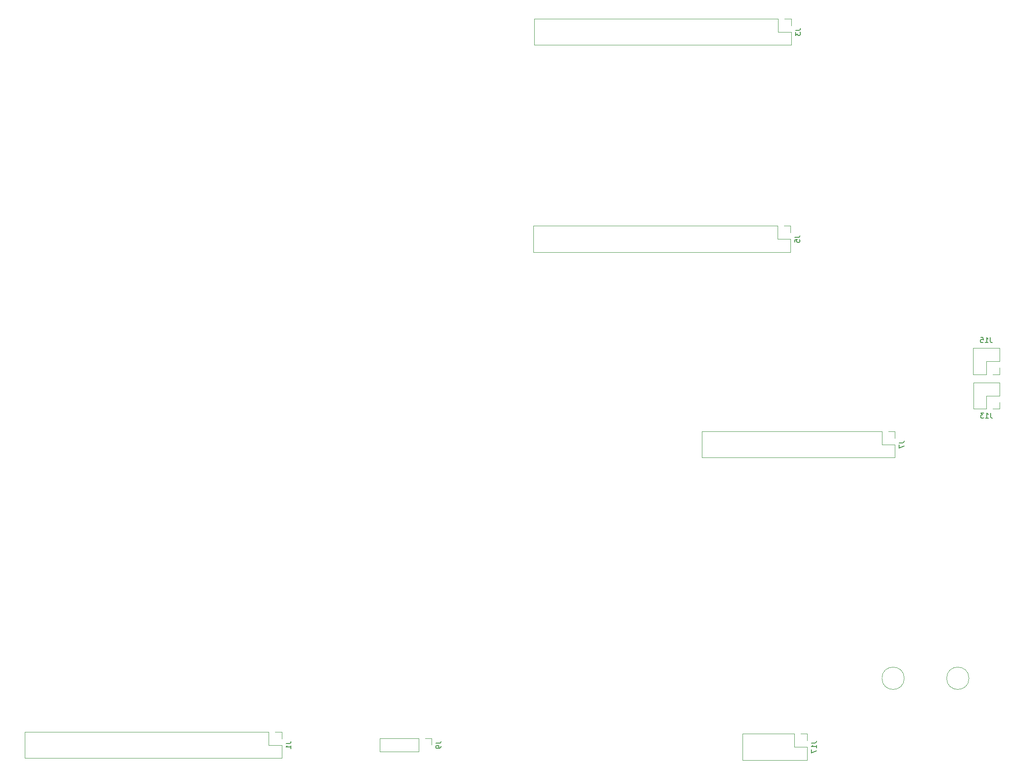
<source format=gbr>
%TF.GenerationSoftware,KiCad,Pcbnew,(7.0.0)*%
%TF.CreationDate,2025-01-08T14:06:24+03:30*%
%TF.ProjectId,tester interface,74657374-6572-4206-996e-746572666163,rev?*%
%TF.SameCoordinates,Original*%
%TF.FileFunction,Legend,Bot*%
%TF.FilePolarity,Positive*%
%FSLAX46Y46*%
G04 Gerber Fmt 4.6, Leading zero omitted, Abs format (unit mm)*
G04 Created by KiCad (PCBNEW (7.0.0)) date 2025-01-08 14:06:24*
%MOMM*%
%LPD*%
G01*
G04 APERTURE LIST*
%ADD10C,0.150000*%
%ADD11C,0.120000*%
G04 APERTURE END LIST*
D10*
%TO.C,J15*%
X256529523Y-86127380D02*
X256529523Y-86841666D01*
X256529523Y-86841666D02*
X256577142Y-86984523D01*
X256577142Y-86984523D02*
X256672380Y-87079761D01*
X256672380Y-87079761D02*
X256815237Y-87127380D01*
X256815237Y-87127380D02*
X256910475Y-87127380D01*
X255529523Y-87127380D02*
X256100951Y-87127380D01*
X255815237Y-87127380D02*
X255815237Y-86127380D01*
X255815237Y-86127380D02*
X255910475Y-86270238D01*
X255910475Y-86270238D02*
X256005713Y-86365476D01*
X256005713Y-86365476D02*
X256100951Y-86413095D01*
X254624761Y-86127380D02*
X255100951Y-86127380D01*
X255100951Y-86127380D02*
X255148570Y-86603571D01*
X255148570Y-86603571D02*
X255100951Y-86555952D01*
X255100951Y-86555952D02*
X255005713Y-86508333D01*
X255005713Y-86508333D02*
X254767618Y-86508333D01*
X254767618Y-86508333D02*
X254672380Y-86555952D01*
X254672380Y-86555952D02*
X254624761Y-86603571D01*
X254624761Y-86603571D02*
X254577142Y-86698809D01*
X254577142Y-86698809D02*
X254577142Y-86936904D01*
X254577142Y-86936904D02*
X254624761Y-87032142D01*
X254624761Y-87032142D02*
X254672380Y-87079761D01*
X254672380Y-87079761D02*
X254767618Y-87127380D01*
X254767618Y-87127380D02*
X255005713Y-87127380D01*
X255005713Y-87127380D02*
X255100951Y-87079761D01*
X255100951Y-87079761D02*
X255148570Y-87032142D01*
%TO.C,J9*%
X146773513Y-166482798D02*
X147487799Y-166482798D01*
X147487799Y-166482798D02*
X147630656Y-166435179D01*
X147630656Y-166435179D02*
X147725894Y-166339941D01*
X147725894Y-166339941D02*
X147773513Y-166197084D01*
X147773513Y-166197084D02*
X147773513Y-166101846D01*
X147773513Y-167006608D02*
X147773513Y-167197084D01*
X147773513Y-167197084D02*
X147725894Y-167292322D01*
X147725894Y-167292322D02*
X147678275Y-167339941D01*
X147678275Y-167339941D02*
X147535418Y-167435179D01*
X147535418Y-167435179D02*
X147344942Y-167482798D01*
X147344942Y-167482798D02*
X146963990Y-167482798D01*
X146963990Y-167482798D02*
X146868752Y-167435179D01*
X146868752Y-167435179D02*
X146821133Y-167387560D01*
X146821133Y-167387560D02*
X146773513Y-167292322D01*
X146773513Y-167292322D02*
X146773513Y-167101846D01*
X146773513Y-167101846D02*
X146821133Y-167006608D01*
X146821133Y-167006608D02*
X146868752Y-166958989D01*
X146868752Y-166958989D02*
X146963990Y-166911370D01*
X146963990Y-166911370D02*
X147202085Y-166911370D01*
X147202085Y-166911370D02*
X147297323Y-166958989D01*
X147297323Y-166958989D02*
X147344942Y-167006608D01*
X147344942Y-167006608D02*
X147392561Y-167101846D01*
X147392561Y-167101846D02*
X147392561Y-167292322D01*
X147392561Y-167292322D02*
X147344942Y-167387560D01*
X147344942Y-167387560D02*
X147297323Y-167435179D01*
X147297323Y-167435179D02*
X147202085Y-167482798D01*
%TO.C,J17*%
X221113513Y-166411608D02*
X221827799Y-166411608D01*
X221827799Y-166411608D02*
X221970656Y-166363989D01*
X221970656Y-166363989D02*
X222065894Y-166268751D01*
X222065894Y-166268751D02*
X222113513Y-166125894D01*
X222113513Y-166125894D02*
X222113513Y-166030656D01*
X222113513Y-167411608D02*
X222113513Y-166840180D01*
X222113513Y-167125894D02*
X221113513Y-167125894D01*
X221113513Y-167125894D02*
X221256371Y-167030656D01*
X221256371Y-167030656D02*
X221351609Y-166935418D01*
X221351609Y-166935418D02*
X221399228Y-166840180D01*
X221113513Y-167744942D02*
X221113513Y-168411608D01*
X221113513Y-168411608D02*
X222113513Y-167983037D01*
%TO.C,J1*%
X117133513Y-166512798D02*
X117847799Y-166512798D01*
X117847799Y-166512798D02*
X117990656Y-166465179D01*
X117990656Y-166465179D02*
X118085894Y-166369941D01*
X118085894Y-166369941D02*
X118133513Y-166227084D01*
X118133513Y-166227084D02*
X118133513Y-166131846D01*
X118133513Y-167512798D02*
X118133513Y-166941370D01*
X118133513Y-167227084D02*
X117133513Y-167227084D01*
X117133513Y-167227084D02*
X117276371Y-167131846D01*
X117276371Y-167131846D02*
X117371609Y-167036608D01*
X117371609Y-167036608D02*
X117419228Y-166941370D01*
%TO.C,J5*%
X217828513Y-66302798D02*
X218542799Y-66302798D01*
X218542799Y-66302798D02*
X218685656Y-66255179D01*
X218685656Y-66255179D02*
X218780894Y-66159941D01*
X218780894Y-66159941D02*
X218828513Y-66017084D01*
X218828513Y-66017084D02*
X218828513Y-65921846D01*
X217828513Y-67255179D02*
X217828513Y-66778989D01*
X217828513Y-66778989D02*
X218304704Y-66731370D01*
X218304704Y-66731370D02*
X218257085Y-66778989D01*
X218257085Y-66778989D02*
X218209466Y-66874227D01*
X218209466Y-66874227D02*
X218209466Y-67112322D01*
X218209466Y-67112322D02*
X218257085Y-67207560D01*
X218257085Y-67207560D02*
X218304704Y-67255179D01*
X218304704Y-67255179D02*
X218399942Y-67302798D01*
X218399942Y-67302798D02*
X218638037Y-67302798D01*
X218638037Y-67302798D02*
X218733275Y-67255179D01*
X218733275Y-67255179D02*
X218780894Y-67207560D01*
X218780894Y-67207560D02*
X218828513Y-67112322D01*
X218828513Y-67112322D02*
X218828513Y-66874227D01*
X218828513Y-66874227D02*
X218780894Y-66778989D01*
X218780894Y-66778989D02*
X218733275Y-66731370D01*
%TO.C,J13*%
X256590656Y-101078512D02*
X256590656Y-101792798D01*
X256590656Y-101792798D02*
X256638275Y-101935655D01*
X256638275Y-101935655D02*
X256733513Y-102030893D01*
X256733513Y-102030893D02*
X256876370Y-102078512D01*
X256876370Y-102078512D02*
X256971608Y-102078512D01*
X255590656Y-102078512D02*
X256162084Y-102078512D01*
X255876370Y-102078512D02*
X255876370Y-101078512D01*
X255876370Y-101078512D02*
X255971608Y-101221370D01*
X255971608Y-101221370D02*
X256066846Y-101316608D01*
X256066846Y-101316608D02*
X256162084Y-101364227D01*
X255257322Y-101078512D02*
X254638275Y-101078512D01*
X254638275Y-101078512D02*
X254971608Y-101459465D01*
X254971608Y-101459465D02*
X254828751Y-101459465D01*
X254828751Y-101459465D02*
X254733513Y-101507084D01*
X254733513Y-101507084D02*
X254685894Y-101554703D01*
X254685894Y-101554703D02*
X254638275Y-101649941D01*
X254638275Y-101649941D02*
X254638275Y-101888036D01*
X254638275Y-101888036D02*
X254685894Y-101983274D01*
X254685894Y-101983274D02*
X254733513Y-102030893D01*
X254733513Y-102030893D02*
X254828751Y-102078512D01*
X254828751Y-102078512D02*
X255114465Y-102078512D01*
X255114465Y-102078512D02*
X255209703Y-102030893D01*
X255209703Y-102030893D02*
X255257322Y-101983274D01*
%TO.C,J3*%
X217958513Y-25277798D02*
X218672799Y-25277798D01*
X218672799Y-25277798D02*
X218815656Y-25230179D01*
X218815656Y-25230179D02*
X218910894Y-25134941D01*
X218910894Y-25134941D02*
X218958513Y-24992084D01*
X218958513Y-24992084D02*
X218958513Y-24896846D01*
X217958513Y-25658751D02*
X217958513Y-26277798D01*
X217958513Y-26277798D02*
X218339466Y-25944465D01*
X218339466Y-25944465D02*
X218339466Y-26087322D01*
X218339466Y-26087322D02*
X218387085Y-26182560D01*
X218387085Y-26182560D02*
X218434704Y-26230179D01*
X218434704Y-26230179D02*
X218529942Y-26277798D01*
X218529942Y-26277798D02*
X218768037Y-26277798D01*
X218768037Y-26277798D02*
X218863275Y-26230179D01*
X218863275Y-26230179D02*
X218910894Y-26182560D01*
X218910894Y-26182560D02*
X218958513Y-26087322D01*
X218958513Y-26087322D02*
X218958513Y-25801608D01*
X218958513Y-25801608D02*
X218910894Y-25706370D01*
X218910894Y-25706370D02*
X218863275Y-25658751D01*
%TO.C,J7*%
X238468513Y-106977798D02*
X239182799Y-106977798D01*
X239182799Y-106977798D02*
X239325656Y-106930179D01*
X239325656Y-106930179D02*
X239420894Y-106834941D01*
X239420894Y-106834941D02*
X239468513Y-106692084D01*
X239468513Y-106692084D02*
X239468513Y-106596846D01*
X238468513Y-107358751D02*
X238468513Y-108025417D01*
X238468513Y-108025417D02*
X239468513Y-107596846D01*
D11*
%TO.C,J14*%
X239506133Y-153606132D02*
G75*
G03*
X239506133Y-153606132I-2210000J0D01*
G01*
X252316133Y-153606132D02*
G75*
G03*
X252316133Y-153606132I-2210000J0D01*
G01*
%TO.C,J15*%
X253166133Y-88246132D02*
X258366133Y-88246132D01*
X253166133Y-93446132D02*
X253166133Y-88246132D01*
X253166133Y-93446132D02*
X255766133Y-93446132D01*
X255766133Y-90846132D02*
X258366133Y-90846132D01*
X255766133Y-93446132D02*
X255766133Y-90846132D01*
X257036133Y-93446132D02*
X258366133Y-93446132D01*
X258366133Y-90846132D02*
X258366133Y-88246132D01*
X258366133Y-93446132D02*
X258366133Y-92116132D01*
%TO.C,J9*%
X135686133Y-168146132D02*
X135686133Y-165486132D01*
X143366133Y-168146132D02*
X135686133Y-168146132D01*
X143366133Y-168146132D02*
X143366133Y-165486132D01*
X145966133Y-166816132D02*
X145966133Y-165486132D01*
X143366133Y-165486132D02*
X135686133Y-165486132D01*
X145966133Y-165486132D02*
X144636133Y-165486132D01*
%TO.C,J17*%
X207486133Y-169821132D02*
X207486133Y-164621132D01*
X220306133Y-169821132D02*
X207486133Y-169821132D01*
X220306133Y-169821132D02*
X220306133Y-167221132D01*
X217706133Y-167221132D02*
X217706133Y-164621132D01*
X220306133Y-167221132D02*
X217706133Y-167221132D01*
X220306133Y-165951132D02*
X220306133Y-164621132D01*
X217706133Y-164621132D02*
X207486133Y-164621132D01*
X220306133Y-164621132D02*
X218976133Y-164621132D01*
%TO.C,J1*%
X65406133Y-169446132D02*
X65406133Y-164246132D01*
X116326133Y-169446132D02*
X65406133Y-169446132D01*
X116326133Y-169446132D02*
X116326133Y-166846132D01*
X113726133Y-166846132D02*
X113726133Y-164246132D01*
X116326133Y-166846132D02*
X113726133Y-166846132D01*
X116326133Y-165576132D02*
X116326133Y-164246132D01*
X113726133Y-164246132D02*
X65406133Y-164246132D01*
X116326133Y-164246132D02*
X114996133Y-164246132D01*
%TO.C,J5*%
X166101133Y-69236132D02*
X166101133Y-64036132D01*
X217021133Y-69236132D02*
X166101133Y-69236132D01*
X217021133Y-69236132D02*
X217021133Y-66636132D01*
X214421133Y-66636132D02*
X214421133Y-64036132D01*
X217021133Y-66636132D02*
X214421133Y-66636132D01*
X217021133Y-65366132D02*
X217021133Y-64036132D01*
X214421133Y-64036132D02*
X166101133Y-64036132D01*
X217021133Y-64036132D02*
X215691133Y-64036132D01*
%TO.C,J13*%
X253181133Y-95071132D02*
X258381133Y-95071132D01*
X253181133Y-100271132D02*
X253181133Y-95071132D01*
X253181133Y-100271132D02*
X255781133Y-100271132D01*
X255781133Y-97671132D02*
X258381133Y-97671132D01*
X255781133Y-100271132D02*
X255781133Y-97671132D01*
X257051133Y-100271132D02*
X258381133Y-100271132D01*
X258381133Y-97671132D02*
X258381133Y-95071132D01*
X258381133Y-100271132D02*
X258381133Y-98941132D01*
%TO.C,J3*%
X166231133Y-28211132D02*
X166231133Y-23011132D01*
X217151133Y-28211132D02*
X166231133Y-28211132D01*
X217151133Y-28211132D02*
X217151133Y-25611132D01*
X214551133Y-25611132D02*
X214551133Y-23011132D01*
X217151133Y-25611132D02*
X214551133Y-25611132D01*
X217151133Y-24341132D02*
X217151133Y-23011132D01*
X214551133Y-23011132D02*
X166231133Y-23011132D01*
X217151133Y-23011132D02*
X215821133Y-23011132D01*
%TO.C,J7*%
X199441133Y-109911132D02*
X199441133Y-104711132D01*
X237661133Y-109911132D02*
X199441133Y-109911132D01*
X237661133Y-109911132D02*
X237661133Y-107311132D01*
X235061133Y-107311132D02*
X235061133Y-104711132D01*
X237661133Y-107311132D02*
X235061133Y-107311132D01*
X237661133Y-106041132D02*
X237661133Y-104711132D01*
X235061133Y-104711132D02*
X199441133Y-104711132D01*
X237661133Y-104711132D02*
X236331133Y-104711132D01*
%TD*%
M02*

</source>
